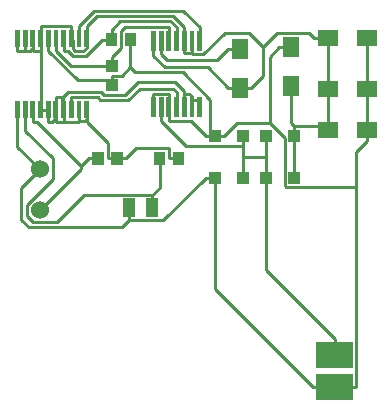
<source format=gtl>
G04 Layer: TopLayer*
G04 EasyEDA v6.4.19.5, 2021-04-12T03:21:25--4:00*
G04 ad942acca2a341ffa4797dcae338b01a,05d11dc960ce418289d66d82dd1de79a,10*
G04 Gerber Generator version 0.2*
G04 Scale: 100 percent, Rotated: No, Reflected: No *
G04 Dimensions in millimeters *
G04 leading zeros omitted , absolute positions ,4 integer and 5 decimal *
%FSLAX45Y45*%
%MOMM*%

%ADD11C,0.2600*%
%ADD12R,1.0000X1.0000*%
%ADD16R,1.8161X1.3589*%
%ADD17R,1.3589X1.8161*%
%ADD19R,1.1000X1.0000*%
%ADD20C,1.5240*%

%LPD*%
D11*
X1750060Y5427471D02*
G01*
X1750060Y5531612D01*
X2641600Y5447537D02*
G01*
X2641600Y5578855D01*
X2615945Y5604510D01*
X2328925Y5604510D01*
X2234691Y5510276D01*
X1993645Y5510276D01*
X1972563Y5531612D01*
X1750060Y5531612D01*
X2436875Y4597400D02*
G01*
X2436875Y4704079D01*
X2498090Y5016500D02*
G01*
X2498090Y4765294D01*
X2436875Y4704079D01*
X1359915Y5427471D02*
G01*
X1359915Y5249163D01*
X1591563Y5017515D01*
X1591563Y4842255D01*
X1371600Y4622292D01*
X1371600Y4528565D01*
X1427987Y4472178D01*
X1626362Y4472178D01*
X1858263Y4704079D01*
X2436875Y4704079D01*
X4251959Y5255260D02*
G01*
X4251959Y5157978D01*
X2446527Y5447537D02*
G01*
X2446527Y5561837D01*
X4251959Y6029960D02*
G01*
X4251959Y5932678D01*
X4251959Y5255260D02*
G01*
X4251959Y5598160D01*
X4251959Y5598160D02*
G01*
X4251959Y5932678D01*
X2966211Y5207000D02*
G01*
X3045459Y5207000D01*
X2576575Y5504687D02*
G01*
X2576575Y5561837D01*
X2576575Y5504687D02*
G01*
X2576575Y5447537D01*
X2576575Y5333492D02*
G01*
X2760472Y5333492D01*
X2886963Y5207000D01*
X2576575Y5447537D02*
G01*
X2576575Y5333492D01*
X2236724Y4490720D02*
G01*
X2526284Y4490720D01*
X2886963Y4851400D01*
X2236724Y4597400D02*
G01*
X2236724Y4490720D01*
X2576575Y5561837D02*
G01*
X2446527Y5561837D01*
X3430777Y5316220D02*
G01*
X3430777Y5872479D01*
X3512058Y5953760D01*
X3430777Y5316220D02*
G01*
X3154679Y5316220D01*
X3045459Y5207000D01*
X4164584Y4769357D02*
G01*
X3572256Y4769357D01*
X3558540Y4782820D01*
X3558540Y5188457D01*
X3430777Y5316220D01*
X4164584Y3076702D02*
G01*
X4164584Y4769357D01*
X4164584Y4769357D02*
G01*
X4164584Y5070602D01*
X4251959Y5157978D01*
X3609340Y5953760D02*
G01*
X3512058Y5953760D01*
X2095500Y5634989D02*
G01*
X2095500Y5673852D01*
X2095500Y5673852D02*
G01*
X2095500Y5714237D01*
X1554987Y6027673D02*
G01*
X1554987Y5923534D01*
X1804670Y5673852D01*
X2095500Y5673852D01*
X1485900Y4919726D02*
G01*
X1294892Y5110734D01*
X1294892Y5427471D01*
X1485900Y4919726D02*
G01*
X1326895Y4760721D01*
X1326895Y4495800D01*
X1392681Y4429760D01*
X2176018Y4429760D01*
X2236724Y4490720D01*
X2966211Y4851400D02*
G01*
X2886963Y4851400D01*
X2926588Y5207000D02*
G01*
X2886963Y5207000D01*
X4072381Y3076702D02*
G01*
X4164584Y3076702D01*
X4072381Y3076702D02*
G01*
X3980434Y3076702D01*
X3796029Y3076702D02*
G01*
X2966211Y3906520D01*
X2966211Y4851400D01*
X3980434Y3076702D02*
G01*
X3796029Y3076702D01*
X2966211Y5207000D02*
G01*
X2926588Y5207000D01*
X2095500Y5714237D02*
G01*
X2180843Y5714237D01*
X2251709Y5785104D01*
X2251709Y5785104D02*
G01*
X2251709Y6019800D01*
X2926588Y5207000D02*
G01*
X2926588Y5510276D01*
X2693670Y5742939D01*
X2294127Y5742939D01*
X2251709Y5785104D01*
X2058161Y5016500D02*
G01*
X2058161Y5145531D01*
X1880107Y5323586D01*
X3609340Y5626100D02*
G01*
X3609340Y5314695D01*
X3638041Y5286247D01*
X3638041Y5207000D02*
G01*
X3638041Y5286247D01*
X3924300Y5286247D02*
G01*
X3638041Y5286247D01*
X3924300Y5286247D02*
G01*
X3924300Y5255260D01*
X2836672Y5447537D02*
G01*
X2836672Y5504687D01*
X2771647Y5447537D02*
G01*
X2771647Y5504687D01*
X2706624Y5447537D02*
G01*
X2706624Y5561837D01*
X1880107Y5427471D02*
G01*
X1880107Y5375655D01*
X1880107Y5346954D02*
G01*
X1880107Y5323586D01*
X1880107Y5375655D02*
G01*
X1880107Y5346954D01*
X1815084Y5427471D02*
G01*
X1815084Y5334254D01*
X1880107Y5346954D02*
G01*
X1867154Y5334254D01*
X1815084Y5334254D01*
X1489963Y6027673D02*
G01*
X1489963Y5923787D01*
X1489963Y6027673D02*
G01*
X1489963Y6131813D01*
X1750060Y6131813D02*
G01*
X1489963Y6131813D01*
X1750060Y6027673D02*
G01*
X1750060Y6131813D01*
X1750060Y6027673D02*
G01*
X1765807Y6011926D01*
X1765807Y5941060D01*
X1782826Y5923787D01*
X1853437Y5923787D01*
X1880107Y5950457D01*
X1880107Y6027673D01*
X1880107Y6131813D02*
G01*
X1966975Y6218681D01*
X2610358Y6218681D01*
X2706624Y6122415D01*
X2706624Y6007607D01*
X1880107Y6027673D02*
G01*
X1880107Y6131813D01*
X1685036Y5427471D02*
G01*
X1685036Y5323586D01*
X1685036Y5323586D02*
G01*
X1619757Y5323586D01*
X1815084Y5334254D02*
G01*
X1804415Y5323586D01*
X1685036Y5323586D01*
X1619757Y5427471D02*
G01*
X1619757Y5386070D01*
X1619757Y5386070D02*
G01*
X1619757Y5323586D01*
X1619757Y5386070D02*
G01*
X1619757Y5354828D01*
X1588515Y5323586D01*
X1554987Y5323586D01*
X1554987Y5427471D02*
G01*
X1554987Y5323586D01*
X2097786Y5016500D02*
G01*
X2058161Y5016500D01*
X2097786Y5016500D02*
G01*
X2137409Y5016500D01*
X2216658Y5016500D02*
G01*
X2300986Y5100828D01*
X2573781Y5100828D01*
X2578861Y5095747D01*
X2578861Y5016500D01*
X2137409Y5016500D02*
G01*
X2216658Y5016500D01*
X2658109Y5016500D02*
G01*
X2578861Y5016500D01*
X3638041Y4851400D02*
G01*
X3638041Y5207000D01*
X3924300Y5286247D02*
G01*
X3924300Y5598160D01*
X3924300Y5598160D02*
G01*
X3924300Y6002020D01*
X3896613Y6029960D01*
X3924300Y6029960D02*
G01*
X3896613Y6029960D01*
X3896613Y6029960D02*
G01*
X3804158Y6029960D01*
X1489963Y5427471D02*
G01*
X1554987Y5427471D01*
X1489963Y5427471D02*
G01*
X1489963Y5922771D01*
X1489455Y5923279D01*
X1489963Y5923787D02*
G01*
X1489455Y5923279D01*
X1489455Y5923279D02*
G01*
X1424939Y5923279D01*
X2706624Y6007607D02*
G01*
X2706624Y5903976D01*
X2771647Y6007607D02*
G01*
X2771647Y5903976D01*
X3804158Y6029960D02*
G01*
X3760470Y6073902D01*
X3490975Y6073902D01*
X3372358Y5955029D01*
X2771647Y5903976D02*
G01*
X2782061Y5893562D01*
X2868675Y5893562D01*
X3049015Y6073902D01*
X3253486Y6073902D01*
X3372358Y5955029D01*
X3372358Y5955029D02*
G01*
X3372358Y5710936D01*
X3274822Y5613400D01*
X3177540Y5613400D02*
G01*
X3274822Y5613400D01*
X2706624Y5903976D02*
G01*
X2771647Y5903976D01*
X1424939Y6027165D02*
G01*
X1424939Y5975350D01*
X1359915Y6027165D02*
G01*
X1359915Y5923279D01*
X1424939Y5946647D02*
G01*
X1424939Y5923279D01*
X1424939Y5975350D02*
G01*
X1424939Y5946647D01*
X1424939Y5946647D02*
G01*
X1401571Y5923279D01*
X1359915Y5923279D01*
X2446527Y6007607D02*
G01*
X2446527Y5883910D01*
X2545334Y5785104D01*
X2908554Y5785104D01*
X3080258Y5613400D01*
X3177540Y5613400D02*
G01*
X3080258Y5613400D01*
X2836672Y5504687D02*
G01*
X2771647Y5504687D01*
X1619757Y5427471D02*
G01*
X1619757Y5531612D01*
X2771647Y5504687D02*
G01*
X2771647Y5538470D01*
X2748279Y5561837D01*
X2706624Y5561837D01*
X2706624Y5561837D02*
G01*
X2706624Y5582665D01*
X2630677Y5658612D01*
X2312924Y5658612D01*
X2206752Y5552694D01*
X2024888Y5552694D01*
X2000250Y5577078D01*
X1722881Y5577078D01*
X1681479Y5535676D01*
X1681479Y5489194D01*
X1674368Y5482081D01*
X1674368Y5482081D01*
X1669034Y5487670D01*
X1669034Y5523992D01*
X1661413Y5531612D01*
X1619757Y5531612D01*
X1294892Y5923787D02*
G01*
X1295400Y5923279D01*
X1359915Y5923279D01*
X1294892Y6027673D02*
G01*
X1294892Y5923787D01*
X1359915Y6027165D02*
G01*
X1359915Y5923279D01*
X2091690Y6019800D02*
G01*
X2012441Y6019800D01*
X1685036Y6027673D02*
G01*
X1685036Y5923787D01*
X2641600Y6121907D02*
G01*
X2588006Y6175502D01*
X2163318Y6175502D01*
X2091690Y6104128D01*
X2641600Y6007607D02*
G01*
X2641600Y6121907D01*
X2091690Y6019800D02*
G01*
X2091690Y6104128D01*
X2012441Y6019800D02*
G01*
X1874265Y5881623D01*
X1765300Y5881623D01*
X1723136Y5923787D01*
X1723136Y5923787D01*
X1685036Y5923787D01*
X3177540Y5941060D02*
G01*
X3080258Y5941060D01*
X3080258Y5941060D02*
G01*
X2981959Y5842762D01*
X2562352Y5842762D01*
X2511552Y5893562D01*
X2511552Y6007607D02*
G01*
X2511552Y5893562D01*
X2095500Y5795010D02*
G01*
X1749044Y5795010D01*
X1620012Y5923787D01*
X1620012Y6027673D02*
G01*
X1620012Y5923787D01*
X2576575Y6121907D02*
G01*
X2201925Y6121907D01*
X2172461Y6092444D01*
X2172461Y5951220D01*
X2095500Y5874257D01*
X2576575Y6007607D02*
G01*
X2576575Y6121907D01*
X2095500Y5795010D02*
G01*
X2095500Y5874257D01*
X1977390Y5016500D02*
G01*
X1898142Y5016500D01*
X1898142Y5016500D02*
G01*
X1830831Y4949189D01*
X1485900Y4579873D02*
G01*
X1830831Y4924805D01*
X1830831Y4949189D01*
X1830831Y4949189D02*
G01*
X1456436Y5323586D01*
X1424939Y5323586D01*
X1424939Y5427471D02*
G01*
X1424939Y5323586D01*
X3980434Y3346704D02*
G01*
X3980434Y3485895D01*
X3980434Y3485895D02*
G01*
X3398011Y4068318D01*
X3398011Y4851400D01*
X3206241Y5029200D02*
G01*
X3398011Y5029200D01*
X3206241Y4851400D02*
G01*
X3206241Y5029200D01*
X3398011Y4851400D02*
G01*
X3398011Y5029200D01*
X3398011Y5029200D02*
G01*
X3398011Y5207000D01*
X3206241Y5118607D02*
G01*
X2719577Y5118607D01*
X2511552Y5326634D01*
X2511552Y5447537D01*
X3206241Y5029200D02*
G01*
X3206241Y5118607D01*
X3206241Y5118607D02*
G01*
X3206241Y5207000D01*
X2836672Y6007607D02*
G01*
X2836672Y6121907D01*
X1815084Y6027673D02*
G01*
X1815084Y6131813D01*
X1815084Y6131813D02*
G01*
X1944115Y6260845D01*
X2697734Y6260845D01*
X2836672Y6121907D01*
D12*
G01*
X3637892Y5207000D03*
G01*
X3397912Y5207000D03*
G01*
X3206092Y5207000D03*
G01*
X2966112Y5207000D03*
G01*
X3206092Y4851400D03*
G01*
X2966112Y4851400D03*
G01*
X3637892Y4851400D03*
G01*
X3397912Y4851400D03*
G36*
X1534998Y5502287D02*
G01*
X1574977Y5502287D01*
X1574977Y5352935D01*
X1534998Y5352935D01*
G37*
G36*
X1599869Y5502287D02*
G01*
X1639849Y5502287D01*
X1639849Y5352935D01*
X1599869Y5352935D01*
G37*
G36*
X1664995Y5502287D02*
G01*
X1704975Y5502287D01*
X1704975Y5352935D01*
X1664995Y5352935D01*
G37*
G36*
X1729994Y5502287D02*
G01*
X1769973Y5502287D01*
X1769973Y5352935D01*
X1729994Y5352935D01*
G37*
G36*
X1340027Y6101981D02*
G01*
X1380007Y6101981D01*
X1380007Y5952629D01*
X1340027Y5952629D01*
G37*
G36*
X1340002Y5502287D02*
G01*
X1380007Y5502287D01*
X1380007Y5352935D01*
X1340002Y5352935D01*
G37*
G36*
X1405001Y5502287D02*
G01*
X1445005Y5502287D01*
X1445005Y5352935D01*
X1405001Y5352935D01*
G37*
G36*
X1469999Y5502287D02*
G01*
X1510004Y5502287D01*
X1510004Y5352935D01*
X1469999Y5352935D01*
G37*
G36*
X1794992Y6102489D02*
G01*
X1834997Y6102489D01*
X1834997Y5953137D01*
X1794992Y5953137D01*
G37*
G36*
X1729994Y6102489D02*
G01*
X1769998Y6102489D01*
X1769998Y5953137D01*
X1729994Y5953137D01*
G37*
G36*
X1664995Y6102489D02*
G01*
X1705000Y6102489D01*
X1705000Y5953137D01*
X1664995Y5953137D01*
G37*
G36*
X1599996Y6102489D02*
G01*
X1640001Y6102489D01*
X1640001Y5953137D01*
X1599996Y5953137D01*
G37*
G36*
X1534998Y6102489D02*
G01*
X1575003Y6102489D01*
X1575003Y5953137D01*
X1534998Y5953137D01*
G37*
G36*
X1469999Y6102489D02*
G01*
X1510004Y6102489D01*
X1510004Y5953137D01*
X1469999Y5953137D01*
G37*
G36*
X1794992Y5502287D02*
G01*
X1834972Y5502287D01*
X1834972Y5352935D01*
X1794992Y5352935D01*
G37*
G36*
X1405001Y6101981D02*
G01*
X1445005Y6101981D01*
X1445005Y5952629D01*
X1405001Y5952629D01*
G37*
G36*
X1275003Y5502262D02*
G01*
X1314983Y5502262D01*
X1314983Y5352910D01*
X1275003Y5352910D01*
G37*
G36*
X1859991Y5502287D02*
G01*
X1899970Y5502287D01*
X1899970Y5352935D01*
X1859991Y5352935D01*
G37*
G36*
X1859991Y6102489D02*
G01*
X1899996Y6102489D01*
X1899996Y5953137D01*
X1859991Y5953137D01*
G37*
G36*
X1275003Y6102489D02*
G01*
X1314983Y6102489D01*
X1314983Y5953137D01*
X1275003Y5953137D01*
G37*
G36*
X2386799Y4674900D02*
G01*
X2486799Y4674900D01*
X2486799Y4519899D01*
X2386799Y4519899D01*
G37*
G36*
X2186800Y4674900D02*
G01*
X2286800Y4674900D01*
X2286800Y4519899D01*
X2186800Y4519899D01*
G37*
G36*
X2426604Y5532691D02*
G01*
X2466604Y5532691D01*
X2466604Y5362689D01*
X2426604Y5362689D01*
G37*
G36*
X2491602Y5532691D02*
G01*
X2531602Y5532691D01*
X2531602Y5362689D01*
X2491602Y5362689D01*
G37*
G36*
X2556601Y5532691D02*
G01*
X2596601Y5532691D01*
X2596601Y5362689D01*
X2556601Y5362689D01*
G37*
G36*
X2621600Y5532691D02*
G01*
X2661599Y5532691D01*
X2661599Y5362689D01*
X2621600Y5362689D01*
G37*
G36*
X2686598Y5532691D02*
G01*
X2726598Y5532691D01*
X2726598Y5362689D01*
X2686598Y5362689D01*
G37*
G36*
X2751597Y5532691D02*
G01*
X2791597Y5532691D01*
X2791597Y5362689D01*
X2751597Y5362689D01*
G37*
G36*
X2816595Y5532691D02*
G01*
X2856595Y5532691D01*
X2856595Y5362689D01*
X2816595Y5362689D01*
G37*
G36*
X2816595Y6092710D02*
G01*
X2856595Y6092710D01*
X2856595Y5922708D01*
X2816595Y5922708D01*
G37*
G36*
X2751597Y6092710D02*
G01*
X2791597Y6092710D01*
X2791597Y5922708D01*
X2751597Y5922708D01*
G37*
G36*
X2686598Y6092710D02*
G01*
X2726598Y6092710D01*
X2726598Y5922708D01*
X2686598Y5922708D01*
G37*
G36*
X2621600Y6092710D02*
G01*
X2661599Y6092710D01*
X2661599Y5922708D01*
X2621600Y5922708D01*
G37*
G36*
X2556601Y6092710D02*
G01*
X2596601Y6092710D01*
X2596601Y5922708D01*
X2556601Y5922708D01*
G37*
G36*
X2491602Y6092710D02*
G01*
X2531602Y6092710D01*
X2531602Y5922708D01*
X2491602Y5922708D01*
G37*
G36*
X2426604Y6092710D02*
G01*
X2466604Y6092710D01*
X2466604Y5922708D01*
X2426604Y5922708D01*
G37*
D16*
G01*
X3924300Y6029960D03*
G01*
X4251959Y6029960D03*
G01*
X3924300Y5255260D03*
G01*
X4251959Y5255260D03*
D17*
G01*
X3609340Y5626100D03*
G01*
X3609340Y5953760D03*
G01*
X3177540Y5613400D03*
G01*
X3177540Y5941060D03*
D16*
G01*
X3924300Y5598160D03*
G01*
X4251959Y5598160D03*
G36*
X2201707Y6074801D02*
G01*
X2301707Y6074801D01*
X2301707Y5964798D01*
X2201707Y5964798D01*
G37*
G36*
X2041707Y6074801D02*
G01*
X2141707Y6074801D01*
X2141707Y5964798D01*
X2041707Y5964798D01*
G37*
D19*
G01*
X2095500Y5635005D03*
G01*
X2095500Y5794999D03*
G36*
X2608107Y5071501D02*
G01*
X2708107Y5071501D01*
X2708107Y4961498D01*
X2608107Y4961498D01*
G37*
G36*
X2448107Y5071501D02*
G01*
X2548107Y5071501D01*
X2548107Y4961498D01*
X2448107Y4961498D01*
G37*
G36*
X2087407Y5071501D02*
G01*
X2187407Y5071501D01*
X2187407Y4961498D01*
X2087407Y4961498D01*
G37*
G36*
X1927407Y5071501D02*
G01*
X2027407Y5071501D01*
X2027407Y4961498D01*
X1927407Y4961498D01*
G37*
G36*
X3825290Y2966593D02*
G01*
X3825290Y3186607D01*
X4135297Y3186607D01*
X4135297Y2966593D01*
G37*
G36*
X3825290Y3236595D02*
G01*
X3825290Y3456609D01*
X4135297Y3456609D01*
X4135297Y3236595D01*
G37*
D20*
G01*
X1485900Y4579797D03*
G01*
X1485900Y4919802D03*
M02*

</source>
